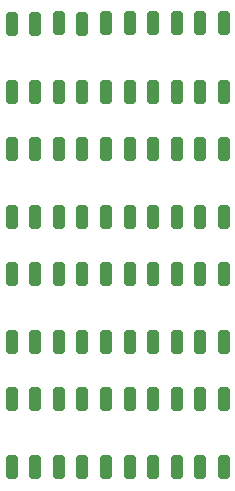
<source format=gtp>
G04 #@! TF.GenerationSoftware,KiCad,Pcbnew,8.0.7*
G04 #@! TF.CreationDate,2025-01-10T19:29:53-05:00*
G04 #@! TF.ProjectId,panel,70616e65-6c2e-46b6-9963-61645f706362,rev?*
G04 #@! TF.SameCoordinates,Original*
G04 #@! TF.FileFunction,Paste,Top*
G04 #@! TF.FilePolarity,Positive*
%FSLAX46Y46*%
G04 Gerber Fmt 4.6, Leading zero omitted, Abs format (unit mm)*
G04 Created by KiCad (PCBNEW 8.0.7) date 2025-01-10 19:29:53*
%MOMM*%
%LPD*%
G01*
G04 APERTURE LIST*
G04 Aperture macros list*
%AMRoundRect*
0 Rectangle with rounded corners*
0 $1 Rounding radius*
0 $2 $3 $4 $5 $6 $7 $8 $9 X,Y pos of 4 corners*
0 Add a 4 corners polygon primitive as box body*
4,1,4,$2,$3,$4,$5,$6,$7,$8,$9,$2,$3,0*
0 Add four circle primitives for the rounded corners*
1,1,$1+$1,$2,$3*
1,1,$1+$1,$4,$5*
1,1,$1+$1,$6,$7*
1,1,$1+$1,$8,$9*
0 Add four rect primitives between the rounded corners*
20,1,$1+$1,$2,$3,$4,$5,0*
20,1,$1+$1,$4,$5,$6,$7,0*
20,1,$1+$1,$6,$7,$8,$9,0*
20,1,$1+$1,$8,$9,$2,$3,0*%
G04 Aperture macros list end*
%ADD10RoundRect,0.250000X-0.250000X-0.750000X0.250000X-0.750000X0.250000X0.750000X-0.250000X0.750000X0*%
G04 APERTURE END LIST*
D10*
G04 #@! TO.C,J19*
X26700000Y-30600000D03*
G04 #@! TD*
G04 #@! TO.C,J5*
X18700000Y-36400000D03*
G04 #@! TD*
G04 #@! TO.C,J19*
X26700000Y-20000000D03*
G04 #@! TD*
G04 #@! TO.C,J17*
X22700000Y-20000000D03*
G04 #@! TD*
G04 #@! TO.C,J9*
X26700000Y-47000000D03*
G04 #@! TD*
G04 #@! TO.C,J2*
X12700000Y-25800000D03*
G04 #@! TD*
G04 #@! TO.C,J8*
X24700000Y-47000000D03*
G04 #@! TD*
G04 #@! TO.C,J12*
X12700000Y-41210000D03*
G04 #@! TD*
G04 #@! TO.C,J15*
X18700000Y-41210000D03*
G04 #@! TD*
G04 #@! TO.C,J10*
X28700000Y-36400000D03*
G04 #@! TD*
G04 #@! TO.C,J13*
X14700000Y-30610000D03*
G04 #@! TD*
G04 #@! TO.C,J18*
X24700000Y-9400000D03*
G04 #@! TD*
G04 #@! TO.C,J2*
X12700000Y-36400000D03*
G04 #@! TD*
G04 #@! TO.C,J20*
X28700000Y-9400000D03*
G04 #@! TD*
G04 #@! TO.C,J11*
X30700000Y-25800000D03*
G04 #@! TD*
G04 #@! TO.C,J4*
X16700000Y-47000000D03*
G04 #@! TD*
G04 #@! TO.C,J14*
X20700000Y-9400000D03*
G04 #@! TD*
G04 #@! TO.C,J15*
X18700000Y-20010000D03*
G04 #@! TD*
G04 #@! TO.C,J3*
X14700000Y-15200000D03*
G04 #@! TD*
G04 #@! TO.C,J3*
X14700000Y-25800000D03*
G04 #@! TD*
G04 #@! TO.C,J16*
X16700000Y-9400000D03*
G04 #@! TD*
G04 #@! TO.C,J8*
X24700000Y-15200000D03*
G04 #@! TD*
G04 #@! TO.C,J17*
X22700000Y-41200000D03*
G04 #@! TD*
G04 #@! TO.C,J11*
X30700000Y-47000000D03*
G04 #@! TD*
G04 #@! TO.C,J14*
X20700000Y-41200000D03*
G04 #@! TD*
G04 #@! TO.C,J4*
X16700000Y-36400000D03*
G04 #@! TD*
G04 #@! TO.C,J9*
X26700000Y-25800000D03*
G04 #@! TD*
G04 #@! TO.C,J5*
X18700000Y-25800000D03*
G04 #@! TD*
G04 #@! TO.C,J10*
X28700000Y-25800000D03*
G04 #@! TD*
G04 #@! TO.C,J16*
X16700000Y-41200000D03*
G04 #@! TD*
G04 #@! TO.C,J7*
X22700000Y-47000000D03*
G04 #@! TD*
G04 #@! TO.C,J13*
X14700000Y-9410000D03*
G04 #@! TD*
G04 #@! TO.C,J18*
X24700000Y-41200000D03*
G04 #@! TD*
G04 #@! TO.C,J3*
X14700000Y-47000000D03*
G04 #@! TD*
G04 #@! TO.C,J6*
X20700000Y-15200000D03*
G04 #@! TD*
G04 #@! TO.C,J8*
X24700000Y-25800000D03*
G04 #@! TD*
G04 #@! TO.C,J21*
X30700000Y-20000000D03*
G04 #@! TD*
G04 #@! TO.C,J6*
X20700000Y-25800000D03*
G04 #@! TD*
G04 #@! TO.C,J20*
X28700000Y-41200000D03*
G04 #@! TD*
G04 #@! TO.C,J7*
X22700000Y-15200000D03*
G04 #@! TD*
G04 #@! TO.C,J20*
X28700000Y-30600000D03*
G04 #@! TD*
G04 #@! TO.C,J20*
X28700000Y-20000000D03*
G04 #@! TD*
G04 #@! TO.C,J4*
X16700000Y-25800000D03*
G04 #@! TD*
G04 #@! TO.C,J12*
X12700000Y-9410000D03*
G04 #@! TD*
G04 #@! TO.C,J16*
X16700000Y-20000000D03*
G04 #@! TD*
G04 #@! TO.C,J14*
X20700000Y-30600000D03*
G04 #@! TD*
G04 #@! TO.C,J4*
X16700000Y-15200000D03*
G04 #@! TD*
G04 #@! TO.C,J5*
X18700000Y-47000000D03*
G04 #@! TD*
G04 #@! TO.C,J21*
X30700000Y-30600000D03*
G04 #@! TD*
G04 #@! TO.C,J18*
X24700000Y-30600000D03*
G04 #@! TD*
G04 #@! TO.C,J8*
X24700000Y-36400000D03*
G04 #@! TD*
G04 #@! TO.C,J7*
X22700000Y-36400000D03*
G04 #@! TD*
G04 #@! TO.C,J19*
X26700000Y-41200000D03*
G04 #@! TD*
G04 #@! TO.C,J17*
X22700000Y-9400000D03*
G04 #@! TD*
G04 #@! TO.C,J3*
X14700000Y-36400000D03*
G04 #@! TD*
G04 #@! TO.C,J9*
X26700000Y-15200000D03*
G04 #@! TD*
G04 #@! TO.C,J11*
X30700000Y-15200000D03*
G04 #@! TD*
G04 #@! TO.C,J12*
X12700000Y-30610000D03*
G04 #@! TD*
G04 #@! TO.C,J9*
X26700000Y-36400000D03*
G04 #@! TD*
G04 #@! TO.C,J2*
X12700000Y-47000000D03*
G04 #@! TD*
G04 #@! TO.C,J12*
X12700000Y-20010000D03*
G04 #@! TD*
G04 #@! TO.C,J14*
X20700000Y-20000000D03*
G04 #@! TD*
G04 #@! TO.C,J2*
X12700000Y-15200000D03*
G04 #@! TD*
G04 #@! TO.C,J16*
X16700000Y-30600000D03*
G04 #@! TD*
G04 #@! TO.C,J6*
X20700000Y-36400000D03*
G04 #@! TD*
G04 #@! TO.C,J6*
X20700000Y-47000000D03*
G04 #@! TD*
G04 #@! TO.C,J5*
X18700000Y-15200000D03*
G04 #@! TD*
G04 #@! TO.C,J10*
X28700000Y-15200000D03*
G04 #@! TD*
G04 #@! TO.C,J18*
X24700000Y-20000000D03*
G04 #@! TD*
G04 #@! TO.C,J7*
X22700000Y-25800000D03*
G04 #@! TD*
G04 #@! TO.C,J21*
X30700000Y-41200000D03*
G04 #@! TD*
G04 #@! TO.C,J21*
X30700000Y-9400000D03*
G04 #@! TD*
G04 #@! TO.C,J10*
X28700000Y-47000000D03*
G04 #@! TD*
G04 #@! TO.C,J17*
X22700000Y-30600000D03*
G04 #@! TD*
G04 #@! TO.C,J11*
X30700000Y-36400000D03*
G04 #@! TD*
G04 #@! TO.C,J13*
X14700000Y-20010000D03*
G04 #@! TD*
G04 #@! TO.C,J15*
X18700000Y-9410000D03*
G04 #@! TD*
G04 #@! TO.C,J15*
X18700000Y-30610000D03*
G04 #@! TD*
G04 #@! TO.C,J13*
X14700000Y-41210000D03*
G04 #@! TD*
G04 #@! TO.C,J19*
X26700000Y-9400000D03*
G04 #@! TD*
M02*

</source>
